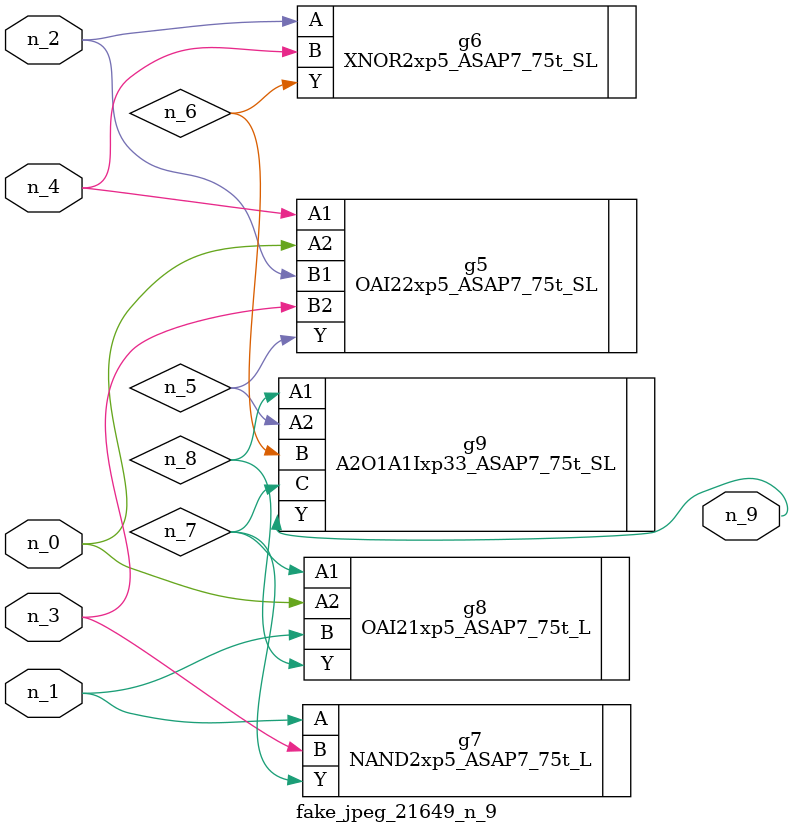
<source format=v>
module fake_jpeg_21649_n_9 (n_3, n_2, n_1, n_0, n_4, n_9);

input n_3;
input n_2;
input n_1;
input n_0;
input n_4;

output n_9;

wire n_8;
wire n_6;
wire n_5;
wire n_7;

OAI22xp5_ASAP7_75t_SL g5 ( 
.A1(n_4),
.A2(n_0),
.B1(n_2),
.B2(n_3),
.Y(n_5)
);

XNOR2xp5_ASAP7_75t_SL g6 ( 
.A(n_2),
.B(n_4),
.Y(n_6)
);

NAND2xp5_ASAP7_75t_L g7 ( 
.A(n_1),
.B(n_3),
.Y(n_7)
);

OAI21xp5_ASAP7_75t_L g8 ( 
.A1(n_7),
.A2(n_0),
.B(n_1),
.Y(n_8)
);

A2O1A1Ixp33_ASAP7_75t_SL g9 ( 
.A1(n_8),
.A2(n_5),
.B(n_6),
.C(n_7),
.Y(n_9)
);


endmodule
</source>
